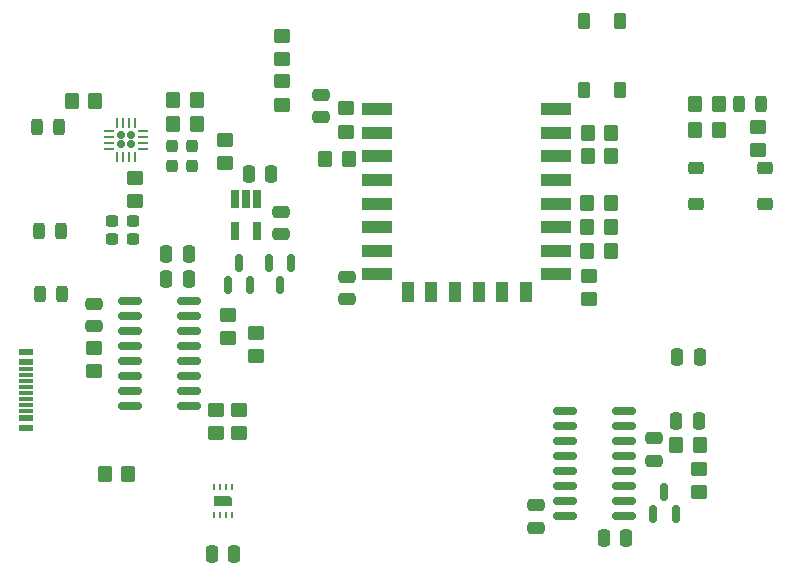
<source format=gbr>
%TF.GenerationSoftware,KiCad,Pcbnew,7.0.1*%
%TF.CreationDate,2023-11-12T23:31:08+01:00*%
%TF.ProjectId,GasWeighter,47617357-6569-4676-9874-65722e6b6963,rev?*%
%TF.SameCoordinates,Original*%
%TF.FileFunction,Paste,Top*%
%TF.FilePolarity,Positive*%
%FSLAX46Y46*%
G04 Gerber Fmt 4.6, Leading zero omitted, Abs format (unit mm)*
G04 Created by KiCad (PCBNEW 7.0.1) date 2023-11-12 23:31:08*
%MOMM*%
%LPD*%
G01*
G04 APERTURE LIST*
G04 Aperture macros list*
%AMRoundRect*
0 Rectangle with rounded corners*
0 $1 Rounding radius*
0 $2 $3 $4 $5 $6 $7 $8 $9 X,Y pos of 4 corners*
0 Add a 4 corners polygon primitive as box body*
4,1,4,$2,$3,$4,$5,$6,$7,$8,$9,$2,$3,0*
0 Add four circle primitives for the rounded corners*
1,1,$1+$1,$2,$3*
1,1,$1+$1,$4,$5*
1,1,$1+$1,$6,$7*
1,1,$1+$1,$8,$9*
0 Add four rect primitives between the rounded corners*
20,1,$1+$1,$2,$3,$4,$5,0*
20,1,$1+$1,$4,$5,$6,$7,0*
20,1,$1+$1,$6,$7,$8,$9,0*
20,1,$1+$1,$8,$9,$2,$3,0*%
%AMFreePoly0*
4,1,6,0.450000,-0.800000,-0.450000,-0.800000,-0.450000,0.530000,-0.180000,0.800000,0.450000,0.800000,0.450000,-0.800000,0.450000,-0.800000,$1*%
G04 Aperture macros list end*
%ADD10RoundRect,0.250000X-0.250000X-0.475000X0.250000X-0.475000X0.250000X0.475000X-0.250000X0.475000X0*%
%ADD11RoundRect,0.237500X0.237500X-0.300000X0.237500X0.300000X-0.237500X0.300000X-0.237500X-0.300000X0*%
%ADD12RoundRect,0.250000X0.475000X-0.250000X0.475000X0.250000X-0.475000X0.250000X-0.475000X-0.250000X0*%
%ADD13RoundRect,0.250000X0.350000X0.450000X-0.350000X0.450000X-0.350000X-0.450000X0.350000X-0.450000X0*%
%ADD14RoundRect,0.250000X0.450000X-0.350000X0.450000X0.350000X-0.450000X0.350000X-0.450000X-0.350000X0*%
%ADD15RoundRect,0.150000X-0.150000X0.587500X-0.150000X-0.587500X0.150000X-0.587500X0.150000X0.587500X0*%
%ADD16RoundRect,0.243750X0.243750X0.456250X-0.243750X0.456250X-0.243750X-0.456250X0.243750X-0.456250X0*%
%ADD17RoundRect,0.250000X0.250000X0.475000X-0.250000X0.475000X-0.250000X-0.475000X0.250000X-0.475000X0*%
%ADD18RoundRect,0.250000X-0.450000X0.350000X-0.450000X-0.350000X0.450000X-0.350000X0.450000X0.350000X0*%
%ADD19FreePoly0,270.000000*%
%ADD20R,0.250000X0.550000*%
%ADD21RoundRect,0.150000X0.850000X0.150000X-0.850000X0.150000X-0.850000X-0.150000X0.850000X-0.150000X0*%
%ADD22RoundRect,0.275000X-0.400000X-0.275000X0.400000X-0.275000X0.400000X0.275000X-0.400000X0.275000X0*%
%ADD23RoundRect,0.250000X-0.350000X-0.450000X0.350000X-0.450000X0.350000X0.450000X-0.350000X0.450000X0*%
%ADD24RoundRect,0.160000X-0.160000X0.160000X-0.160000X-0.160000X0.160000X-0.160000X0.160000X0.160000X0*%
%ADD25RoundRect,0.062500X-0.062500X0.375000X-0.062500X-0.375000X0.062500X-0.375000X0.062500X0.375000X0*%
%ADD26RoundRect,0.062500X-0.375000X0.062500X-0.375000X-0.062500X0.375000X-0.062500X0.375000X0.062500X0*%
%ADD27RoundRect,0.150000X-0.825000X-0.150000X0.825000X-0.150000X0.825000X0.150000X-0.825000X0.150000X0*%
%ADD28RoundRect,0.237500X-0.300000X-0.237500X0.300000X-0.237500X0.300000X0.237500X-0.300000X0.237500X0*%
%ADD29RoundRect,0.150000X0.150000X-0.587500X0.150000X0.587500X-0.150000X0.587500X-0.150000X-0.587500X0*%
%ADD30R,1.160000X0.600000*%
%ADD31R,1.160000X0.300000*%
%ADD32R,0.650000X1.560000*%
%ADD33R,2.500000X1.000000*%
%ADD34R,1.000000X1.800000*%
%ADD35RoundRect,0.250000X-0.475000X0.250000X-0.475000X-0.250000X0.475000X-0.250000X0.475000X0.250000X0*%
%ADD36RoundRect,0.275000X0.275000X-0.400000X0.275000X0.400000X-0.275000X0.400000X-0.275000X-0.400000X0*%
G04 APERTURE END LIST*
D10*
%TO.C,C13*%
X165992500Y-98187500D03*
X167892500Y-98187500D03*
%TD*%
D11*
%TO.C,C8*%
X123200000Y-82012500D03*
X123200000Y-80287500D03*
%TD*%
D12*
%TO.C,C2*%
X135850000Y-77850000D03*
X135850000Y-75950000D03*
%TD*%
D13*
%TO.C,R6*%
X160350000Y-85100000D03*
X158350000Y-85100000D03*
%TD*%
D14*
%TO.C,R16*%
X172850000Y-80650000D03*
X172850000Y-78650000D03*
%TD*%
D13*
%TO.C,R21*%
X125300000Y-78400000D03*
X123300000Y-78400000D03*
%TD*%
D15*
%TO.C,Q1*%
X133300000Y-90212500D03*
X131400000Y-90212500D03*
X132350000Y-92087500D03*
%TD*%
D16*
%TO.C,D1*%
X173087500Y-76700000D03*
X171212500Y-76700000D03*
%TD*%
D17*
%TO.C,C9*%
X131600000Y-82650000D03*
X129700000Y-82650000D03*
%TD*%
D18*
%TO.C,R5*%
X137900000Y-77100000D03*
X137900000Y-79100000D03*
%TD*%
D19*
%TO.C,U4*%
X127500000Y-110325000D03*
D20*
X128250000Y-109150000D03*
X127750000Y-109150000D03*
X127250000Y-109150000D03*
X126750000Y-109150000D03*
X126750000Y-111500000D03*
X127250000Y-111500000D03*
X127750000Y-111500000D03*
X128250000Y-111500000D03*
%TD*%
D14*
%TO.C,R13*%
X128900000Y-104600000D03*
X128900000Y-102600000D03*
%TD*%
D21*
%TO.C,U7*%
X161442500Y-111632500D03*
X161442500Y-110362500D03*
X161442500Y-109092500D03*
X161442500Y-107822500D03*
X161442500Y-106552500D03*
X161442500Y-105282500D03*
X161442500Y-104012500D03*
X161442500Y-102742500D03*
X156442500Y-102742500D03*
X156442500Y-104012500D03*
X156442500Y-105282500D03*
X156442500Y-106552500D03*
X156442500Y-107822500D03*
X156442500Y-109092500D03*
X156442500Y-110362500D03*
X156442500Y-111632500D03*
%TD*%
D16*
%TO.C,D4*%
X113837500Y-87500000D03*
X111962500Y-87500000D03*
%TD*%
D18*
%TO.C,R18*%
X132500000Y-74800000D03*
X132500000Y-76800000D03*
%TD*%
D22*
%TO.C,SW2*%
X167550000Y-82150000D03*
X173400000Y-82150000D03*
X167550000Y-85150000D03*
X173400000Y-85150000D03*
%TD*%
D23*
%TO.C,R4*%
X136150000Y-81350000D03*
X138150000Y-81350000D03*
%TD*%
D17*
%TO.C,C4*%
X124600000Y-91500000D03*
X122700000Y-91500000D03*
%TD*%
D12*
%TO.C,C10*%
X132400000Y-87750000D03*
X132400000Y-85850000D03*
%TD*%
D23*
%TO.C,R10*%
X117500000Y-108050000D03*
X119500000Y-108050000D03*
%TD*%
D24*
%TO.C,U6*%
X119700000Y-79350000D03*
X118900000Y-79350000D03*
X119700000Y-80150000D03*
X118900000Y-80150000D03*
D25*
X120050000Y-78312500D03*
X119550000Y-78312500D03*
X119050000Y-78312500D03*
X118550000Y-78312500D03*
D26*
X117862500Y-79000000D03*
X117862500Y-79500000D03*
X117862500Y-80000000D03*
X117862500Y-80500000D03*
D25*
X118550000Y-81187500D03*
X119050000Y-81187500D03*
X119550000Y-81187500D03*
X120050000Y-81187500D03*
D26*
X120737500Y-80500000D03*
X120737500Y-80000000D03*
X120737500Y-79500000D03*
X120737500Y-79000000D03*
%TD*%
D18*
%TO.C,R20*%
X120100000Y-82950000D03*
X120100000Y-84950000D03*
%TD*%
D12*
%TO.C,C1*%
X116600000Y-95550000D03*
X116600000Y-93650000D03*
%TD*%
D27*
%TO.C,U1*%
X119675000Y-93405000D03*
X119675000Y-94675000D03*
X119675000Y-95945000D03*
X119675000Y-97215000D03*
X119675000Y-98485000D03*
X119675000Y-99755000D03*
X119675000Y-101025000D03*
X119675000Y-102295000D03*
X124625000Y-102295000D03*
X124625000Y-101025000D03*
X124625000Y-99755000D03*
X124625000Y-98485000D03*
X124625000Y-97215000D03*
X124625000Y-95945000D03*
X124625000Y-94675000D03*
X124625000Y-93405000D03*
%TD*%
D28*
%TO.C,C12*%
X118137500Y-88150000D03*
X119862500Y-88150000D03*
%TD*%
D29*
%TO.C,Q2*%
X127900000Y-92025000D03*
X129800000Y-92025000D03*
X128850000Y-90150000D03*
%TD*%
D28*
%TO.C,C11*%
X118137500Y-86600000D03*
X119862500Y-86600000D03*
%TD*%
D30*
%TO.C,P1*%
X110810000Y-97740000D03*
X110810000Y-98540000D03*
D31*
X110810000Y-99690000D03*
X110810000Y-100690000D03*
X110810000Y-101190000D03*
X110810000Y-102190000D03*
D30*
X110810000Y-103340000D03*
X110810000Y-104140000D03*
X110810000Y-104140000D03*
X110810000Y-103340000D03*
D31*
X110810000Y-102690000D03*
X110810000Y-101690000D03*
X110810000Y-100190000D03*
X110810000Y-99190000D03*
D30*
X110810000Y-98540000D03*
X110810000Y-97740000D03*
%TD*%
D23*
%TO.C,R11*%
X158400000Y-79150000D03*
X160400000Y-79150000D03*
%TD*%
%TO.C,R22*%
X114700000Y-76500000D03*
X116700000Y-76500000D03*
%TD*%
D16*
%TO.C,D3*%
X113637500Y-78700000D03*
X111762500Y-78700000D03*
%TD*%
D32*
%TO.C,U5*%
X130400000Y-84800000D03*
X129450000Y-84800000D03*
X128500000Y-84800000D03*
X128500000Y-87500000D03*
X130400000Y-87500000D03*
%TD*%
D23*
%TO.C,R26*%
X165892500Y-105637500D03*
X167892500Y-105637500D03*
%TD*%
D10*
%TO.C,C6*%
X126550000Y-114800000D03*
X128450000Y-114800000D03*
%TD*%
D14*
%TO.C,R1*%
X116600000Y-99350000D03*
X116600000Y-97350000D03*
%TD*%
%TO.C,R7*%
X158500000Y-93250000D03*
X158500000Y-91250000D03*
%TD*%
D16*
%TO.C,D2*%
X113887500Y-92850000D03*
X112012500Y-92850000D03*
%TD*%
D13*
%TO.C,R2*%
X160350000Y-87150000D03*
X158350000Y-87150000D03*
%TD*%
D29*
%TO.C,Q3*%
X163942500Y-111425000D03*
X165842500Y-111425000D03*
X164892500Y-109550000D03*
%TD*%
D14*
%TO.C,R14*%
X126900000Y-104600000D03*
X126900000Y-102600000D03*
%TD*%
D17*
%TO.C,C3*%
X124600000Y-89400000D03*
X122700000Y-89400000D03*
%TD*%
D18*
%TO.C,R17*%
X132500000Y-70950000D03*
X132500000Y-72950000D03*
%TD*%
%TO.C,R24*%
X127650000Y-79750000D03*
X127650000Y-81750000D03*
%TD*%
%TO.C,R9*%
X127900000Y-94550000D03*
X127900000Y-96550000D03*
%TD*%
D13*
%TO.C,R15*%
X169500000Y-76700000D03*
X167500000Y-76700000D03*
%TD*%
D23*
%TO.C,R12*%
X158400000Y-81150000D03*
X160400000Y-81150000D03*
%TD*%
D10*
%TO.C,C16*%
X159742500Y-113437500D03*
X161642500Y-113437500D03*
%TD*%
D13*
%TO.C,R3*%
X160350000Y-89200000D03*
X158350000Y-89200000D03*
%TD*%
D33*
%TO.C,U3*%
X140550000Y-77150000D03*
X140550000Y-79150000D03*
X140550000Y-81150000D03*
X140550000Y-83150000D03*
X140550000Y-85150000D03*
X140550000Y-87150000D03*
X140550000Y-89150000D03*
X140550000Y-91150000D03*
D34*
X143150000Y-92650000D03*
X145150000Y-92650000D03*
X147150000Y-92650000D03*
X149150000Y-92650000D03*
X151150000Y-92650000D03*
X153150000Y-92650000D03*
D33*
X155750000Y-91150000D03*
X155750000Y-89150000D03*
X155750000Y-87150000D03*
X155750000Y-85150000D03*
X155750000Y-83150000D03*
X155750000Y-81150000D03*
X155750000Y-79150000D03*
X155750000Y-77150000D03*
%TD*%
D12*
%TO.C,C5*%
X138050000Y-93250000D03*
X138050000Y-91350000D03*
%TD*%
D11*
%TO.C,C7*%
X124900000Y-82012500D03*
X124900000Y-80287500D03*
%TD*%
D35*
%TO.C,C15*%
X163992500Y-105037500D03*
X163992500Y-106937500D03*
%TD*%
D12*
%TO.C,C17*%
X154042500Y-112587500D03*
X154042500Y-110687500D03*
%TD*%
D18*
%TO.C,R25*%
X167792500Y-107587500D03*
X167792500Y-109587500D03*
%TD*%
D14*
%TO.C,R8*%
X130300000Y-98100000D03*
X130300000Y-96100000D03*
%TD*%
D23*
%TO.C,R23*%
X123300000Y-76400000D03*
X125300000Y-76400000D03*
%TD*%
D13*
%TO.C,R19*%
X169500000Y-78950000D03*
X167500000Y-78950000D03*
%TD*%
D17*
%TO.C,C14*%
X167792500Y-103587500D03*
X165892500Y-103587500D03*
%TD*%
D36*
%TO.C,SW1*%
X158100000Y-75550000D03*
X158100000Y-69700000D03*
X161100000Y-75550000D03*
X161100000Y-69700000D03*
%TD*%
M02*

</source>
